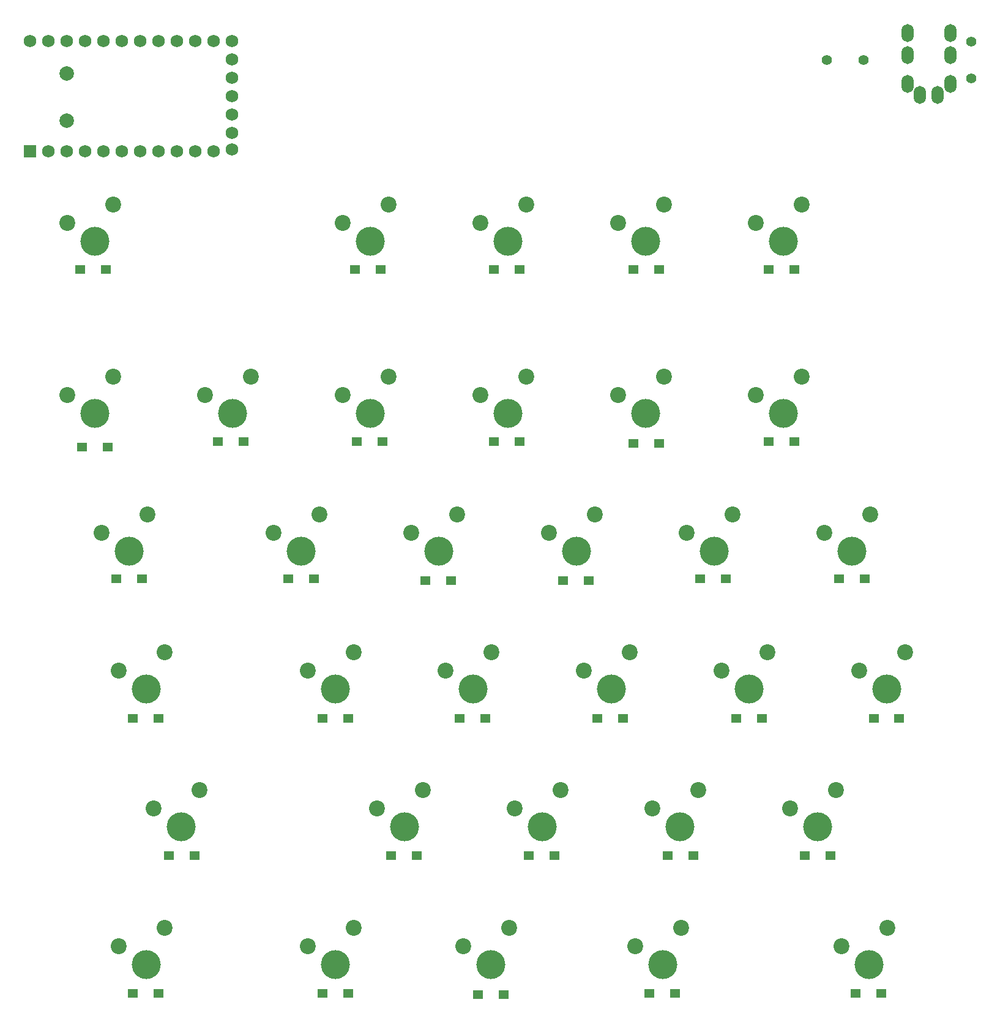
<source format=gts>
G04 #@! TF.GenerationSoftware,KiCad,Pcbnew,(5.1.8)-1*
G04 #@! TF.CreationDate,2020-12-06T03:25:52+09:00*
G04 #@! TF.ProjectId,keyboard-layouter-playground,6b657962-6f61-4726-942d-6c61796f7574,rev?*
G04 #@! TF.SameCoordinates,Original*
G04 #@! TF.FileFunction,Soldermask,Top*
G04 #@! TF.FilePolarity,Negative*
%FSLAX46Y46*%
G04 Gerber Fmt 4.6, Leading zero omitted, Abs format (unit mm)*
G04 Created by KiCad (PCBNEW (5.1.8)-1) date 2020-12-06 03:25:52*
%MOMM*%
%LPD*%
G01*
G04 APERTURE LIST*
%ADD10C,1.397000*%
%ADD11C,4.000000*%
%ADD12C,2.200000*%
%ADD13R,1.400000X1.300000*%
%ADD14O,1.700000X2.500000*%
%ADD15C,1.752600*%
%ADD16R,1.752600X1.752600*%
%ADD17C,2.000000*%
G04 APERTURE END LIST*
D10*
X150500000Y-100460000D03*
X150500000Y-105540000D03*
X130460000Y-103000000D03*
X135540000Y-103000000D03*
D11*
X119698000Y-189992000D03*
D12*
X115888000Y-187452000D03*
X122238000Y-184912000D03*
D13*
X43025000Y-213000000D03*
X39475000Y-213000000D03*
X138025000Y-232000000D03*
X134475000Y-232000000D03*
X38025000Y-232000000D03*
X34475000Y-232000000D03*
X38025000Y-194000000D03*
X34475000Y-194000000D03*
X35775000Y-174750000D03*
X32225000Y-174750000D03*
X109525000Y-232000000D03*
X105975000Y-232000000D03*
X85775000Y-232250000D03*
X82225000Y-232250000D03*
X64275000Y-232000000D03*
X60725000Y-232000000D03*
X131025000Y-213000000D03*
X127475000Y-213000000D03*
X112025000Y-213000000D03*
X108475000Y-213000000D03*
X92775000Y-213000000D03*
X89225000Y-213000000D03*
X73775000Y-213000000D03*
X70225000Y-213000000D03*
X140525000Y-194000000D03*
X136975000Y-194000000D03*
X121525000Y-194000000D03*
X117975000Y-194000000D03*
X102275000Y-194000000D03*
X98725000Y-194000000D03*
X83275000Y-194000000D03*
X79725000Y-194000000D03*
X64275000Y-194000000D03*
X60725000Y-194000000D03*
X135775000Y-174750000D03*
X132225000Y-174750000D03*
X116525000Y-174750000D03*
X112975000Y-174750000D03*
X97525000Y-175000000D03*
X93975000Y-175000000D03*
X78525000Y-175000000D03*
X74975000Y-175000000D03*
X59525000Y-174750000D03*
X55975000Y-174750000D03*
X126025000Y-155750000D03*
X122475000Y-155750000D03*
X107275000Y-156000000D03*
X103725000Y-156000000D03*
X88025000Y-155750000D03*
X84475000Y-155750000D03*
X69025000Y-155750000D03*
X65475000Y-155750000D03*
X49775000Y-155750000D03*
X46225000Y-155750000D03*
X31025000Y-156500000D03*
X27475000Y-156500000D03*
X126025000Y-132000000D03*
X122475000Y-132000000D03*
X107275000Y-132000000D03*
X103725000Y-132000000D03*
X88025000Y-132000000D03*
X84475000Y-132000000D03*
X68775000Y-132000000D03*
X65225000Y-132000000D03*
X30775000Y-132000000D03*
X27225000Y-132000000D03*
D14*
X141650000Y-106300000D03*
X145850000Y-107800000D03*
X141650000Y-99300000D03*
X141650000Y-102300000D03*
X147600000Y-99300000D03*
X147600000Y-102300000D03*
X147600000Y-106300000D03*
X143400000Y-107800000D03*
D11*
X36354000Y-228092000D03*
D12*
X32544000Y-225552000D03*
X38894000Y-223012000D03*
D15*
X48220000Y-113080000D03*
X48220000Y-110540000D03*
X48220000Y-108000000D03*
X48220000Y-105460000D03*
X48220000Y-102920000D03*
X20280000Y-100380000D03*
X48220000Y-115391400D03*
X22820000Y-100380000D03*
X25360000Y-100380000D03*
X27900000Y-100380000D03*
X30440000Y-100380000D03*
X32980000Y-100380000D03*
X35520000Y-100380000D03*
X38060000Y-100380000D03*
X40600000Y-100380000D03*
X43140000Y-100380000D03*
X45680000Y-100380000D03*
X48220000Y-100380000D03*
X45680000Y-115620000D03*
X43140000Y-115620000D03*
X40600000Y-115620000D03*
X38060000Y-115620000D03*
X35520000Y-115620000D03*
X32980000Y-115620000D03*
X30440000Y-115620000D03*
X27900000Y-115620000D03*
X25360000Y-115620000D03*
X22820000Y-115620000D03*
D16*
X20280000Y-115620000D03*
D17*
X25350000Y-104850000D03*
X25350000Y-111350000D03*
D11*
X41190600Y-209042000D03*
D12*
X37380600Y-206502000D03*
X43730600Y-203962000D03*
D11*
X136366000Y-228092000D03*
D12*
X132556000Y-225552000D03*
X138906000Y-223012000D03*
D11*
X33973000Y-170942000D03*
D12*
X30163000Y-168402000D03*
X36513000Y-165862000D03*
D11*
X36354000Y-189992000D03*
D12*
X32544000Y-187452000D03*
X38894000Y-184912000D03*
D11*
X107791000Y-228092000D03*
D12*
X103981000Y-225552000D03*
X110331000Y-223012000D03*
D11*
X83978500Y-228092000D03*
D12*
X80168500Y-225552000D03*
X86518500Y-223012000D03*
D11*
X62547500Y-228092000D03*
D12*
X58737500Y-225552000D03*
X65087500Y-223012000D03*
D11*
X138748000Y-189992000D03*
D12*
X134938000Y-187452000D03*
X141288000Y-184912000D03*
D11*
X129222000Y-209042000D03*
D12*
X125412000Y-206502000D03*
X131762000Y-203962000D03*
D11*
X110172000Y-209042000D03*
D12*
X106362000Y-206502000D03*
X112712000Y-203962000D03*
D11*
X86360000Y-151892000D03*
D12*
X82550000Y-149352000D03*
X88900000Y-146812000D03*
D11*
X95885000Y-170942000D03*
D12*
X92075000Y-168402000D03*
X98425000Y-165862000D03*
D11*
X67310000Y-128080000D03*
D12*
X63500000Y-125540000D03*
X69850000Y-123000000D03*
D11*
X72072500Y-209042000D03*
D12*
X68262500Y-206502000D03*
X74612500Y-203962000D03*
D11*
X57785000Y-170942000D03*
D12*
X53975000Y-168402000D03*
X60325000Y-165862000D03*
D11*
X100648000Y-189992000D03*
D12*
X96838000Y-187452000D03*
X103188000Y-184912000D03*
D11*
X124460000Y-151892000D03*
D12*
X120650000Y-149352000D03*
X127000000Y-146812000D03*
D11*
X133985000Y-170942000D03*
D12*
X130175000Y-168402000D03*
X136525000Y-165862000D03*
D11*
X114935000Y-170942000D03*
D12*
X111125000Y-168402000D03*
X117475000Y-165862000D03*
D11*
X76835000Y-170942000D03*
D12*
X73025000Y-168402000D03*
X79375000Y-165862000D03*
D11*
X67310000Y-151892000D03*
D12*
X63500000Y-149352000D03*
X69850000Y-146812000D03*
D11*
X105410000Y-128080000D03*
D12*
X101600000Y-125540000D03*
X107950000Y-123000000D03*
D11*
X86360000Y-128080000D03*
D12*
X82550000Y-125540000D03*
X88900000Y-123000000D03*
D11*
X29210000Y-128080000D03*
D12*
X25400000Y-125540000D03*
X31750000Y-123000000D03*
D11*
X29210000Y-151892000D03*
D12*
X25400000Y-149352000D03*
X31750000Y-146812000D03*
D11*
X81597500Y-189992000D03*
D12*
X77787500Y-187452000D03*
X84137500Y-184912000D03*
D11*
X62547500Y-189992000D03*
D12*
X58737500Y-187452000D03*
X65087500Y-184912000D03*
D11*
X105410000Y-151892000D03*
D12*
X101600000Y-149352000D03*
X107950000Y-146812000D03*
D11*
X124460000Y-128080000D03*
D12*
X120650000Y-125540000D03*
X127000000Y-123000000D03*
D11*
X48260000Y-151892000D03*
D12*
X44450000Y-149352000D03*
X50800000Y-146812000D03*
D11*
X91122500Y-209042000D03*
D12*
X87312500Y-206502000D03*
X93662500Y-203962000D03*
M02*

</source>
